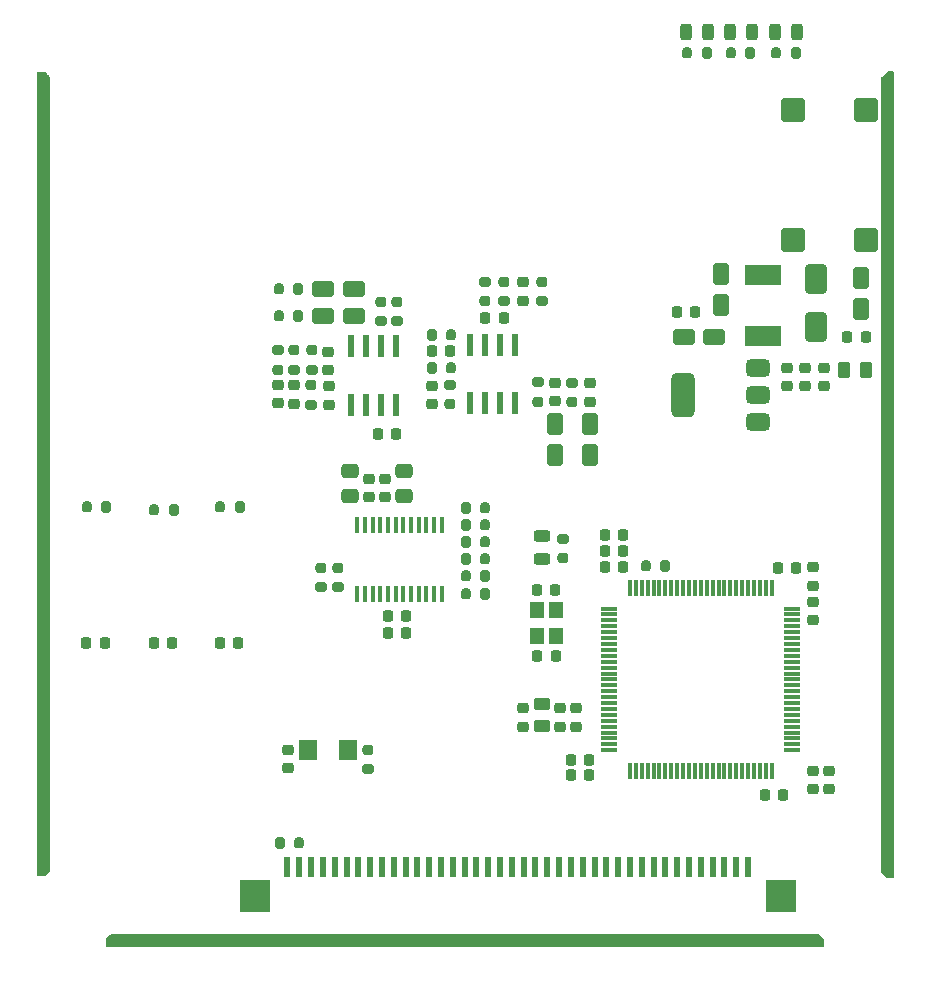
<source format=gtp>
G04 #@! TF.GenerationSoftware,KiCad,Pcbnew,8.0.3*
G04 #@! TF.CreationDate,2025-02-06T23:25:04+07:00*
G04 #@! TF.ProjectId,Digital_Multi_Pedal_v1,44696769-7461-46c5-9f4d-756c74695f50,rev?*
G04 #@! TF.SameCoordinates,Original*
G04 #@! TF.FileFunction,Paste,Top*
G04 #@! TF.FilePolarity,Positive*
%FSLAX46Y46*%
G04 Gerber Fmt 4.6, Leading zero omitted, Abs format (unit mm)*
G04 Created by KiCad (PCBNEW 8.0.3) date 2025-02-06 23:25:04*
%MOMM*%
%LPD*%
G01*
G04 APERTURE LIST*
G04 Aperture macros list*
%AMRoundRect*
0 Rectangle with rounded corners*
0 $1 Rounding radius*
0 $2 $3 $4 $5 $6 $7 $8 $9 X,Y pos of 4 corners*
0 Add a 4 corners polygon primitive as box body*
4,1,4,$2,$3,$4,$5,$6,$7,$8,$9,$2,$3,0*
0 Add four circle primitives for the rounded corners*
1,1,$1+$1,$2,$3*
1,1,$1+$1,$4,$5*
1,1,$1+$1,$6,$7*
1,1,$1+$1,$8,$9*
0 Add four rect primitives between the rounded corners*
20,1,$1+$1,$2,$3,$4,$5,0*
20,1,$1+$1,$4,$5,$6,$7,0*
20,1,$1+$1,$6,$7,$8,$9,0*
20,1,$1+$1,$8,$9,$2,$3,0*%
G04 Aperture macros list end*
%ADD10RoundRect,0.196000X-0.196000X-0.269500X0.196000X-0.269500X0.196000X0.269500X-0.196000X0.269500X0*%
%ADD11RoundRect,0.200000X-0.200000X-0.275000X0.200000X-0.275000X0.200000X0.275000X-0.200000X0.275000X0*%
%ADD12RoundRect,0.196000X0.196000X0.269500X-0.196000X0.269500X-0.196000X-0.269500X0.196000X-0.269500X0*%
%ADD13RoundRect,0.200000X0.200000X0.275000X-0.200000X0.275000X-0.200000X-0.275000X0.200000X-0.275000X0*%
%ADD14RoundRect,0.250000X-0.450000X0.262500X-0.450000X-0.262500X0.450000X-0.262500X0.450000X0.262500X0*%
%ADD15RoundRect,0.224400X-0.435600X0.680600X-0.435600X-0.680600X0.435600X-0.680600X0.435600X0.680600X0*%
%ADD16RoundRect,0.225000X-0.250000X0.225000X-0.250000X-0.225000X0.250000X-0.225000X0.250000X0.225000X0*%
%ADD17RoundRect,0.225000X-0.225000X-0.250000X0.225000X-0.250000X0.225000X0.250000X-0.225000X0.250000X0*%
%ADD18RoundRect,0.225000X0.250000X-0.225000X0.250000X0.225000X-0.250000X0.225000X-0.250000X-0.225000X0*%
%ADD19RoundRect,0.224400X0.680600X0.435600X-0.680600X0.435600X-0.680600X-0.435600X0.680600X-0.435600X0*%
%ADD20RoundRect,0.196000X0.269500X-0.196000X0.269500X0.196000X-0.269500X0.196000X-0.269500X-0.196000X0*%
%ADD21RoundRect,0.200000X0.275000X-0.200000X0.275000X0.200000X-0.275000X0.200000X-0.275000X-0.200000X0*%
%ADD22RoundRect,0.250000X0.750000X-0.750000X0.750000X0.750000X-0.750000X0.750000X-0.750000X-0.750000X0*%
%ADD23RoundRect,0.243750X0.456250X-0.243750X0.456250X0.243750X-0.456250X0.243750X-0.456250X-0.243750X0*%
%ADD24RoundRect,0.225000X0.225000X0.250000X-0.225000X0.250000X-0.225000X-0.250000X0.225000X-0.250000X0*%
%ADD25R,0.558800X1.981200*%
%ADD26RoundRect,0.243750X-0.243750X-0.456250X0.243750X-0.456250X0.243750X0.456250X-0.243750X0.456250X0*%
%ADD27RoundRect,0.224400X0.435600X-0.680600X0.435600X0.680600X-0.435600X0.680600X-0.435600X-0.680600X0*%
%ADD28RoundRect,0.224400X-0.680600X-0.435600X0.680600X-0.435600X0.680600X0.435600X-0.680600X0.435600X0*%
%ADD29RoundRect,0.196000X-0.269500X0.196000X-0.269500X-0.196000X0.269500X-0.196000X0.269500X0.196000X0*%
%ADD30RoundRect,0.200000X-0.275000X0.200000X-0.275000X-0.200000X0.275000X-0.200000X0.275000X0.200000X0*%
%ADD31R,0.355600X1.358900*%
%ADD32RoundRect,0.250000X0.475000X-0.337500X0.475000X0.337500X-0.475000X0.337500X-0.475000X-0.337500X0*%
%ADD33R,3.149600X1.778000*%
%ADD34RoundRect,0.250000X-0.475000X0.337500X-0.475000X-0.337500X0.475000X-0.337500X0.475000X0.337500X0*%
%ADD35R,1.150000X1.400000*%
%ADD36R,1.500000X1.700000*%
%ADD37R,1.475000X0.300000*%
%ADD38R,0.300000X1.475000*%
%ADD39RoundRect,0.250000X0.650000X-1.000000X0.650000X1.000000X-0.650000X1.000000X-0.650000X-1.000000X0*%
%ADD40RoundRect,0.375000X0.625000X0.375000X-0.625000X0.375000X-0.625000X-0.375000X0.625000X-0.375000X0*%
%ADD41RoundRect,0.500000X0.500000X1.400000X-0.500000X1.400000X-0.500000X-1.400000X0.500000X-1.400000X0*%
%ADD42RoundRect,0.250000X0.262500X0.450000X-0.262500X0.450000X-0.262500X-0.450000X0.262500X-0.450000X0*%
%ADD43R,0.600000X1.700000*%
%ADD44R,2.500000X2.800000*%
G04 APERTURE END LIST*
D10*
X169661200Y-73934200D03*
D11*
X171311200Y-73934200D03*
D12*
X129277200Y-140833800D03*
D13*
X127627200Y-140833800D03*
D14*
X149794200Y-129079000D03*
X149794200Y-130904000D03*
D10*
X122596200Y-112394200D03*
D11*
X124246200Y-112394200D03*
D15*
X164961700Y-92669000D03*
X164961700Y-95269000D03*
D16*
X172769200Y-120409000D03*
X172769200Y-121959000D03*
D17*
X140524200Y-99167900D03*
X142074200Y-99167900D03*
D18*
X151364200Y-130969000D03*
X151364200Y-129419000D03*
D15*
X153881700Y-105349000D03*
X153881700Y-107949000D03*
D19*
X133909200Y-96181500D03*
X131309200Y-96181500D03*
D17*
X152279200Y-133744000D03*
X153829200Y-133744000D03*
D10*
X162131200Y-73934200D03*
D11*
X163781200Y-73934200D03*
D10*
X143371200Y-118234200D03*
D11*
X145021200Y-118234200D03*
D20*
X149509400Y-103470900D03*
D21*
X149509400Y-101820900D03*
D22*
X171099200Y-89754000D03*
X177249200Y-89754000D03*
X177249200Y-78754000D03*
X171099200Y-78754000D03*
D18*
X127444200Y-103599000D03*
X127444200Y-102049000D03*
D17*
X169814200Y-117494000D03*
X171364200Y-117494000D03*
D18*
X172759200Y-119029000D03*
X172759200Y-117479000D03*
X150939200Y-103429000D03*
X150939200Y-101879000D03*
D23*
X149794200Y-116731500D03*
X149794200Y-114856500D03*
D18*
X174169200Y-136259000D03*
X174169200Y-134709000D03*
D24*
X138349200Y-121594000D03*
X136799200Y-121594000D03*
D18*
X128854200Y-103619000D03*
X128854200Y-102069000D03*
X170584200Y-102109000D03*
X170584200Y-100559000D03*
D25*
X137469200Y-98767900D03*
X136199200Y-98767900D03*
X134929200Y-98767900D03*
X133659200Y-98767900D03*
X133659200Y-103695500D03*
X134929200Y-103695500D03*
X136199200Y-103695500D03*
X137469200Y-103695500D03*
D26*
X169556700Y-72114000D03*
X171431700Y-72114000D03*
D17*
X155149200Y-117444000D03*
X156699200Y-117444000D03*
D27*
X176836700Y-95559000D03*
X176836700Y-92959000D03*
D16*
X148214200Y-129419000D03*
X148214200Y-130969000D03*
D17*
X135909200Y-106184000D03*
X137459200Y-106184000D03*
D24*
X156699200Y-116104800D03*
X155149200Y-116104800D03*
D17*
X175689200Y-97984000D03*
X177239200Y-97984000D03*
D12*
X142132200Y-97777700D03*
D13*
X140482200Y-97777700D03*
D12*
X145047200Y-115303800D03*
D13*
X143397200Y-115303800D03*
D10*
X158626200Y-117384200D03*
D11*
X160276200Y-117384200D03*
D17*
X155149200Y-114754000D03*
X156699200Y-114754000D03*
D24*
X138349200Y-123024000D03*
X136799200Y-123024000D03*
D28*
X161819200Y-97956500D03*
X164419200Y-97956500D03*
D29*
X130304000Y-102071000D03*
D30*
X130304000Y-103721000D03*
D17*
X122544200Y-123844000D03*
X124094200Y-123844000D03*
D16*
X136534200Y-109999000D03*
X136534200Y-111549000D03*
D18*
X152694600Y-130972036D03*
X152694600Y-129422036D03*
D15*
X150931700Y-105349000D03*
X150931700Y-107949000D03*
D24*
X153829200Y-135094000D03*
X152279200Y-135094000D03*
D26*
X165766700Y-72114000D03*
X167641700Y-72114000D03*
D31*
X134199201Y-119731350D03*
X134849200Y-119731350D03*
X135499198Y-119731350D03*
X136149199Y-119731350D03*
X136799198Y-119731350D03*
X137449199Y-119731350D03*
X138099198Y-119731350D03*
X138749199Y-119731350D03*
X139399198Y-119731350D03*
X140049199Y-119731350D03*
X140699198Y-119731350D03*
X141349199Y-119731350D03*
X141349199Y-113876650D03*
X140699200Y-113876650D03*
X140049199Y-113876650D03*
X139399201Y-113876650D03*
X138749199Y-113876650D03*
X138099201Y-113876650D03*
X137449202Y-113876650D03*
X136799201Y-113876650D03*
X136149202Y-113876650D03*
X135499201Y-113876650D03*
X134849202Y-113876650D03*
X134199201Y-113876650D03*
D32*
X138154200Y-111410900D03*
X138154200Y-109335900D03*
D10*
X143361200Y-119734200D03*
D11*
X145011200Y-119734200D03*
D16*
X131764200Y-102139000D03*
X131764200Y-103689000D03*
D12*
X145047200Y-116733800D03*
D13*
X143397200Y-116733800D03*
D20*
X152404400Y-103497000D03*
D21*
X152404400Y-101847000D03*
D17*
X116949200Y-123844000D03*
X118499200Y-123844000D03*
D33*
X168515300Y-92682300D03*
X168515300Y-97889300D03*
D16*
X172810800Y-134700800D03*
X172810800Y-136250800D03*
D29*
X149799000Y-93274900D03*
D30*
X149799000Y-94924900D03*
D18*
X148209200Y-94892900D03*
X148209200Y-93342900D03*
X153874200Y-103439000D03*
X153874200Y-101889000D03*
D34*
X133594200Y-109317100D03*
X133594200Y-111392100D03*
D20*
X145039400Y-94940900D03*
D21*
X145039400Y-93290900D03*
D24*
X162809200Y-95834000D03*
X161259200Y-95834000D03*
D29*
X146609000Y-93284900D03*
D30*
X146609000Y-94934900D03*
D16*
X140559200Y-102102900D03*
X140559200Y-103652900D03*
D19*
X133919200Y-93901500D03*
X131319200Y-93901500D03*
D29*
X128854000Y-99111000D03*
D30*
X128854000Y-100761000D03*
D24*
X170234200Y-136754000D03*
X168684200Y-136754000D03*
X151004200Y-124971500D03*
X149454200Y-124971500D03*
D29*
X130324000Y-99111000D03*
D30*
X130324000Y-100761000D03*
D18*
X128319200Y-134474000D03*
X128319200Y-132924000D03*
D29*
X137574000Y-95001000D03*
D30*
X137574000Y-96651000D03*
D25*
X147579200Y-98647900D03*
X146309200Y-98647900D03*
X145039200Y-98647900D03*
X143769200Y-98647900D03*
X143769200Y-103575500D03*
X145039200Y-103575500D03*
X146309200Y-103575500D03*
X147579200Y-103575500D03*
D12*
X142132200Y-100567700D03*
D13*
X140482200Y-100567700D03*
D10*
X127541200Y-96164200D03*
D11*
X129191200Y-96164200D03*
D20*
X127454400Y-100747000D03*
D21*
X127454400Y-99097000D03*
D26*
X161986700Y-72114000D03*
X163861700Y-72114000D03*
D35*
X149409200Y-121094000D03*
X149409200Y-123294000D03*
X151009200Y-123294000D03*
X151009200Y-121094000D03*
D10*
X117001200Y-112654200D03*
D11*
X118651200Y-112654200D03*
D10*
X111311200Y-112394200D03*
D11*
X112961200Y-112394200D03*
D36*
X130002200Y-132940000D03*
X133402200Y-132940000D03*
D29*
X131164000Y-117491000D03*
D30*
X131164000Y-119141000D03*
D29*
X132594000Y-117491000D03*
D30*
X132594000Y-119141000D03*
D29*
X136204000Y-95001000D03*
D30*
X136204000Y-96651000D03*
D18*
X172134200Y-102109000D03*
X172134200Y-100559000D03*
D37*
X155543200Y-120964000D03*
X155543200Y-121464000D03*
X155543200Y-121964000D03*
X155543200Y-122464000D03*
X155543200Y-122964000D03*
X155543200Y-123464000D03*
X155543200Y-123964000D03*
X155543200Y-124464000D03*
X155543200Y-124964000D03*
X155543200Y-125464000D03*
X155543200Y-125964000D03*
X155543200Y-126464000D03*
X155543200Y-126964000D03*
X155543200Y-127464000D03*
X155543200Y-127964000D03*
X155543200Y-128464000D03*
X155543200Y-128964000D03*
X155543200Y-129464000D03*
X155543200Y-129964000D03*
X155543200Y-130464000D03*
X155543200Y-130964000D03*
X155543200Y-131464000D03*
X155543200Y-131964000D03*
X155543200Y-132464000D03*
X155543200Y-132964000D03*
D38*
X157281200Y-134702000D03*
X157781200Y-134702000D03*
X158281200Y-134702000D03*
X158781200Y-134702000D03*
X159281200Y-134702000D03*
X159781200Y-134702000D03*
X160281200Y-134702000D03*
X160781200Y-134702000D03*
X161281200Y-134702000D03*
X161781200Y-134702000D03*
X162281200Y-134702000D03*
X162781200Y-134702000D03*
X163281200Y-134702000D03*
X163781200Y-134702000D03*
X164281200Y-134702000D03*
X164781200Y-134702000D03*
X165281200Y-134702000D03*
X165781200Y-134702000D03*
X166281200Y-134702000D03*
X166781200Y-134702000D03*
X167281200Y-134702000D03*
X167781200Y-134702000D03*
X168281200Y-134702000D03*
X168781200Y-134702000D03*
X169281200Y-134702000D03*
D37*
X171019200Y-132964000D03*
X171019200Y-132464000D03*
X171019200Y-131964000D03*
X171019200Y-131464000D03*
X171019200Y-130964000D03*
X171019200Y-130464000D03*
X171019200Y-129964000D03*
X171019200Y-129464000D03*
X171019200Y-128964000D03*
X171019200Y-128464000D03*
X171019200Y-127964000D03*
X171019200Y-127464000D03*
X171019200Y-126964000D03*
X171019200Y-126464000D03*
X171019200Y-125964000D03*
X171019200Y-125464000D03*
X171019200Y-124964000D03*
X171019200Y-124464000D03*
X171019200Y-123964000D03*
X171019200Y-123464000D03*
X171019200Y-122964000D03*
X171019200Y-122464000D03*
X171019200Y-121964000D03*
X171019200Y-121464000D03*
X171019200Y-120964000D03*
D38*
X169281200Y-119226000D03*
X168781200Y-119226000D03*
X168281200Y-119226000D03*
X167781200Y-119226000D03*
X167281200Y-119226000D03*
X166781200Y-119226000D03*
X166281200Y-119226000D03*
X165781200Y-119226000D03*
X165281200Y-119226000D03*
X164781200Y-119226000D03*
X164281200Y-119226000D03*
X163781200Y-119226000D03*
X163281200Y-119226000D03*
X162781200Y-119226000D03*
X162281200Y-119226000D03*
X161781200Y-119226000D03*
X161281200Y-119226000D03*
X160781200Y-119226000D03*
X160281200Y-119226000D03*
X159781200Y-119226000D03*
X159281200Y-119226000D03*
X158781200Y-119226000D03*
X158281200Y-119226000D03*
X157781200Y-119226000D03*
X157281200Y-119226000D03*
D29*
X135089000Y-132936000D03*
D30*
X135089000Y-134586000D03*
D10*
X127561200Y-93904200D03*
D11*
X129211200Y-93904200D03*
D39*
X173004200Y-97101500D03*
X173004200Y-93101500D03*
D12*
X145047200Y-113873800D03*
D13*
X143397200Y-113873800D03*
D18*
X135204200Y-111549000D03*
X135204200Y-109999000D03*
D24*
X146594200Y-96387900D03*
X145044200Y-96387900D03*
D17*
X149414200Y-119414000D03*
X150964200Y-119414000D03*
D40*
X168114200Y-105154000D03*
X168114200Y-102854000D03*
D41*
X161814200Y-102854000D03*
D40*
X168114200Y-100554000D03*
D12*
X145047200Y-112433800D03*
D13*
X143397200Y-112433800D03*
D20*
X151574400Y-116687000D03*
D21*
X151574400Y-115037000D03*
D17*
X111259200Y-123844000D03*
X112809200Y-123844000D03*
D20*
X142044400Y-103647000D03*
D21*
X142044400Y-101997000D03*
D42*
X177232236Y-100793600D03*
X175407236Y-100793600D03*
D10*
X165821200Y-73934200D03*
D11*
X167471200Y-73934200D03*
D18*
X173684200Y-102109000D03*
X173684200Y-100559000D03*
D16*
X131754200Y-99209000D03*
X131754200Y-100759000D03*
D43*
X167284200Y-142844000D03*
X166284200Y-142844000D03*
X165284200Y-142844000D03*
X164284200Y-142844000D03*
X163284200Y-142844000D03*
X162284200Y-142844000D03*
X161284200Y-142844000D03*
X160284200Y-142844000D03*
X159284200Y-142844000D03*
X158284200Y-142844000D03*
X157284200Y-142844000D03*
X156284200Y-142844000D03*
X155284200Y-142844000D03*
X154284200Y-142844000D03*
X153284200Y-142844000D03*
X152284200Y-142844000D03*
X151284200Y-142844000D03*
X150284200Y-142844000D03*
X149284200Y-142844000D03*
X148284200Y-142844000D03*
X147284200Y-142844000D03*
X146284200Y-142844000D03*
X145284200Y-142844000D03*
X144284200Y-142844000D03*
X143284200Y-142844000D03*
X142284200Y-142844000D03*
X141284200Y-142844000D03*
X140284200Y-142844000D03*
X139284200Y-142844000D03*
X138284200Y-142844000D03*
X137284200Y-142844000D03*
X136284200Y-142844000D03*
X135284200Y-142844000D03*
X134284200Y-142844000D03*
X133284200Y-142844000D03*
X132284200Y-142844000D03*
X131284200Y-142844000D03*
X130284200Y-142844000D03*
X129284200Y-142844000D03*
X128284200Y-142844000D03*
D44*
X170034200Y-145294000D03*
X125534200Y-145294000D03*
G36*
X173259985Y-148511085D02*
G01*
X173279766Y-148526866D01*
X173705809Y-148944660D01*
X173739892Y-149005653D01*
X173742935Y-149029522D01*
X173746700Y-149156610D01*
X173746749Y-149159152D01*
X173749755Y-149488870D01*
X173730682Y-149556086D01*
X173678298Y-149602320D01*
X173625760Y-149614000D01*
X113019400Y-149614000D01*
X112952361Y-149594315D01*
X112906606Y-149541511D01*
X112895400Y-149490000D01*
X112895400Y-148979092D01*
X112915085Y-148912053D01*
X112940783Y-148883199D01*
X113076235Y-148772149D01*
X113128697Y-148721468D01*
X113172439Y-148677416D01*
X113172572Y-148677282D01*
X113216195Y-148633482D01*
X113218093Y-148631618D01*
X113288859Y-148563549D01*
X113288863Y-148563545D01*
X113318571Y-148531334D01*
X113378491Y-148495398D01*
X113409724Y-148491400D01*
X173192946Y-148491400D01*
X173259985Y-148511085D01*
G37*
G36*
X179597239Y-75511485D02*
G01*
X179642994Y-75564289D01*
X179654200Y-75615800D01*
X179654200Y-143640800D01*
X179634515Y-143707839D01*
X179581711Y-143753594D01*
X179530200Y-143764800D01*
X179039893Y-143764800D01*
X178972854Y-143745115D01*
X178944001Y-143719417D01*
X178832956Y-143583971D01*
X178782268Y-143531502D01*
X178738082Y-143487628D01*
X178737947Y-143487493D01*
X178694281Y-143444002D01*
X178692418Y-143442107D01*
X178624337Y-143371328D01*
X178592132Y-143341626D01*
X178556197Y-143281706D01*
X178552200Y-143250475D01*
X178552200Y-76049726D01*
X178571885Y-75982687D01*
X178586795Y-75963803D01*
X179003824Y-75529877D01*
X179064471Y-75495181D01*
X179093229Y-75491800D01*
X179530200Y-75491800D01*
X179597239Y-75511485D01*
G37*
G36*
X107773546Y-75513685D02*
G01*
X107802399Y-75539383D01*
X107913443Y-75674828D01*
X107964130Y-75727297D01*
X108008183Y-75771037D01*
X108008279Y-75771212D01*
X108008319Y-75771173D01*
X108052118Y-75814796D01*
X108053981Y-75816692D01*
X108122060Y-75887469D01*
X108154266Y-75917171D01*
X108190202Y-75977091D01*
X108194200Y-76008324D01*
X108194200Y-143141800D01*
X108174515Y-143208839D01*
X108156868Y-143230483D01*
X107780105Y-143598683D01*
X107718401Y-143631461D01*
X107693437Y-143634000D01*
X107198200Y-143634000D01*
X107131161Y-143614315D01*
X107085406Y-143561511D01*
X107074200Y-143510000D01*
X107074200Y-75618000D01*
X107093885Y-75550961D01*
X107146689Y-75505206D01*
X107198200Y-75494000D01*
X107706507Y-75494000D01*
X107773546Y-75513685D01*
G37*
M02*

</source>
